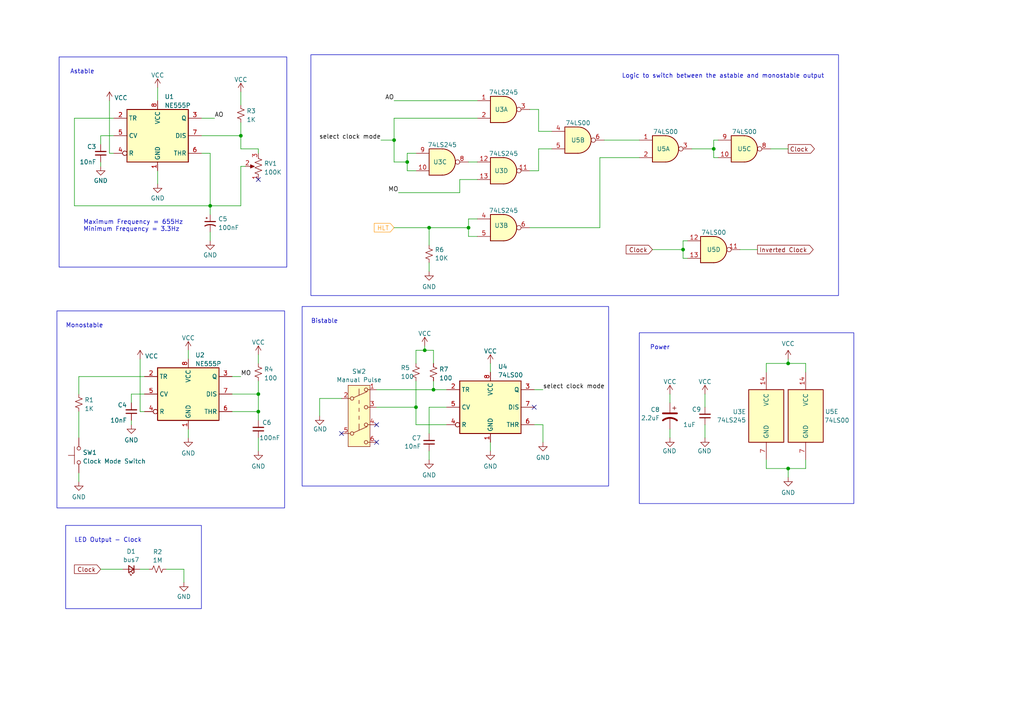
<source format=kicad_sch>
(kicad_sch (version 20230121) (generator eeschema)
  (paper "A4")
  (title_block (title "Clock Module") (date "2024-01-13") (rev "1.0"))
  (lib_symbols
    (symbol "74xx:74LS00" (pin_names (offset 1.016))
      (property "Reference" "U" (at 0 1.27 0))
      (property "Value" "74LS00" (at 0 -1.27 0))
      (symbol "74LS00_1_1"
        (arc (start 0 -3.81) (mid 3.7934 0) (end 0 3.81) (stroke (width 0.254)) (fill (type background)))
        (polyline (pts (xy 0 3.81) (xy -3.81 3.81) (xy -3.81 -3.81) (xy 0 -3.81)) (stroke (width 0.254)) (fill (type background)))
        (pin input line (at -7.62 2.54 0) (length 3.81) (name "~") (number "1"))
        (pin input line (at -7.62 -2.54 0) (length 3.81) (name "~") (number "2"))
        (pin output inverted (at 7.62 0 180) (length 3.81) (name "~") (number "3"))
      )
      (symbol "74LS00_1_2"
        (arc (start -3.81 -3.81) (mid -2.589 0) (end -3.81 3.81) (stroke (width 0.254)))
        (arc (start -0.6096 -3.81) (mid 2.1842 -2.5851) (end 3.81 0) (stroke (width 0.254)) (fill (type background)))
        (polyline (pts (xy -3.81 -3.81) (xy -0.635 -3.81)) (stroke (width 0.254)) (fill (type background)))
        (polyline (pts (xy -3.81 3.81) (xy -0.635 3.81)) (stroke (width 0.254)) (fill (type background)))
        (polyline (pts (xy -0.635 3.81) (xy -3.81 3.81) (xy -3.81 3.81) (xy -3.556 3.4036) (xy -3.0226 2.2606) (xy -2.6924 1.0414) (xy -2.6162 -0.254) (xy -2.7686 -1.4986) (xy -3.175 -2.7178) (xy -3.81 -3.81) (xy -3.81 -3.81) (xy -0.635 -3.81)) (stroke (width -25.4)) (fill (type background)))
        (arc (start 3.81 0) (mid 2.1915 2.5936) (end -0.6096 3.81) (stroke (width 0.254)) (fill (type background)))
        (pin input inverted (at -7.62 2.54 0) (length 4.318) (name "~") (number "1"))
        (pin input inverted (at -7.62 -2.54 0) (length 4.318) (name "~") (number "2"))
        (pin output line (at 7.62 0 180) (length 3.81) (name "~") (number "3"))
      )
      (symbol "74LS00_2_1"
        (arc (start 0 -3.81) (mid 3.7934 0) (end 0 3.81) (stroke (width 0.254)) (fill (type background)))
        (polyline (pts (xy 0 3.81) (xy -3.81 3.81) (xy -3.81 -3.81) (xy 0 -3.81)) (stroke (width 0.254)) (fill (type background)))
        (pin input line (at -7.62 2.54 0) (length 3.81) (name "~") (number "4"))
        (pin input line (at -7.62 -2.54 0) (length 3.81) (name "~") (number "5"))
        (pin output inverted (at 7.62 0 180) (length 3.81) (name "~") (number "6"))
      )
      (symbol "74LS00_2_2"
        (arc (start -3.81 -3.81) (mid -2.589 0) (end -3.81 3.81) (stroke (width 0.254)))
        (arc (start -0.6096 -3.81) (mid 2.1842 -2.5851) (end 3.81 0) (stroke (width 0.254)) (fill (type background)))
        (polyline (pts (xy -3.81 -3.81) (xy -0.635 -3.81)) (stroke (width 0.254)) (fill (type background)))
        (polyline (pts (xy -3.81 3.81) (xy -0.635 3.81)) (stroke (width 0.254)) (fill (type background)))
        (polyline (pts (xy -0.635 3.81) (xy -3.81 3.81) (xy -3.81 3.81) (xy -3.556 3.4036) (xy -3.0226 2.2606) (xy -2.6924 1.0414) (xy -2.6162 -0.254) (xy -2.7686 -1.4986) (xy -3.175 -2.7178) (xy -3.81 -3.81) (xy -3.81 -3.81) (xy -0.635 -3.81)) (stroke (width -25.4)) (fill (type background)))
        (arc (start 3.81 0) (mid 2.1915 2.5936) (end -0.6096 3.81) (stroke (width 0.254)) (fill (type background)))
        (pin input inverted (at -7.62 2.54 0) (length 4.318) (name "~") (number "4"))
        (pin input inverted (at -7.62 -2.54 0) (length 4.318) (name "~") (number "5"))
        (pin output line (at 7.62 0 180) (length 3.81) (name "~") (number "6"))
      )
      (symbol "74LS00_3_1"
        (arc (start 0 -3.81) (mid 3.7934 0) (end 0 3.81) (stroke (width 0.254)) (fill (type background)))
        (polyline (pts (xy 0 3.81) (xy -3.81 3.81) (xy -3.81 -3.81) (xy 0 -3.81)) (stroke (width 0.254)) (fill (type background)))
        (pin input line (at -7.62 -2.54 0) (length 3.81) (name "~") (number "10"))
        (pin output inverted (at 7.62 0 180) (length 3.81) (name "~") (number "8"))
        (pin input line (at -7.62 2.54 0) (length 3.81) (name "~") (number "9"))
      )
      (symbol "74LS00_3_2"
        (arc (start -3.81 -3.81) (mid -2.589 0) (end -3.81 3.81) (stroke (width 0.254)))
        (arc (start -0.6096 -3.81) (mid 2.1842 -2.5851) (end 3.81 0) (stroke (width 0.254)) (fill (type background)))
        (polyline (pts (xy -3.81 -3.81) (xy -0.635 -3.81)) (stroke (width 0.254)) (fill (type background)))
        (polyline (pts (xy -3.81 3.81) (xy -0.635 3.81)) (stroke (width 0.254)) (fill (type background)))
        (polyline (pts (xy -0.635 3.81) (xy -3.81 3.81) (xy -3.81 3.81) (xy -3.556 3.4036) (xy -3.0226 2.2606) (xy -2.6924 1.0414) (xy -2.6162 -0.254) (xy -2.7686 -1.4986) (xy -3.175 -2.7178) (xy -3.81 -3.81) (xy -3.81 -3.81) (xy -0.635 -3.81)) (stroke (width -25.4)) (fill (type background)))
        (arc (start 3.81 0) (mid 2.1915 2.5936) (end -0.6096 3.81) (stroke (width 0.254)) (fill (type background)))
        (pin input inverted (at -7.62 -2.54 0) (length 4.318) (name "~") (number "10"))
        (pin output line (at 7.62 0 180) (length 3.81) (name "~") (number "8"))
        (pin input inverted (at -7.62 2.54 0) (length 4.318) (name "~") (number "9"))
      )
      (symbol "74LS00_4_1"
        (arc (start 0 -3.81) (mid 3.7934 0) (end 0 3.81) (stroke (width 0.254)) (fill (type background)))
        (polyline (pts (xy 0 3.81) (xy -3.81 3.81) (xy -3.81 -3.81) (xy 0 -3.81)) (stroke (width 0.254)) (fill (type background)))
        (pin output inverted (at 7.62 0 180) (length 3.81) (name "~") (number "11"))
        (pin input line (at -7.62 2.54 0) (length 3.81) (name "~") (number "12"))
        (pin input line (at -7.62 -2.54 0) (length 3.81) (name "~") (number "13"))
      )
      (symbol "74LS00_4_2"
        (arc (start -3.81 -3.81) (mid -2.589 0) (end -3.81 3.81) (stroke (width 0.254)))
        (arc (start -0.6096 -3.81) (mid 2.1842 -2.5851) (end 3.81 0) (stroke (width 0.254)) (fill (type background)))
        (polyline (pts (xy -3.81 -3.81) (xy -0.635 -3.81)) (stroke (width 0.254)) (fill (type background)))
        (polyline (pts (xy -3.81 3.81) (xy -0.635 3.81)) (stroke (width 0.254)) (fill (type background)))
        (polyline (pts (xy -0.635 3.81) (xy -3.81 3.81) (xy -3.81 3.81) (xy -3.556 3.4036) (xy -3.0226 2.2606) (xy -2.6924 1.0414) (xy -2.6162 -0.254) (xy -2.7686 -1.4986) (xy -3.175 -2.7178) (xy -3.81 -3.81) (xy -3.81 -3.81) (xy -0.635 -3.81)) (stroke (width -25.4)) (fill (type background)))
        (arc (start 3.81 0) (mid 2.1915 2.5936) (end -0.6096 3.81) (stroke (width 0.254)) (fill (type background)))
        (pin output line (at 7.62 0 180) (length 3.81) (name "~") (number "11"))
        (pin input inverted (at -7.62 2.54 0) (length 4.318) (name "~") (number "12"))
        (pin input inverted (at -7.62 -2.54 0) (length 4.318) (name "~") (number "13"))
      )
      (symbol "74LS00_5_0"
        (pin power_in line (at 0 12.7 270) (length 5.08) (name "VCC") (number "14"))
        (pin power_in line (at 0 -12.7 90) (length 5.08) (name "GND") (number "7"))
      )
      (symbol "74LS00_5_1"
        (rectangle (start -5.08 7.62) (end 5.08 -7.62) (stroke (width 0.254)) (fill (type background)))
      )
    )
    (symbol "Device:C_Polarized_Small_US" (pin_numbers hide) (pin_names (offset 0.254) hide)
      (property "Reference" "C" (at 0.254 1.778 0))
      (property "Value" "C_Polarized_Small_US" (at 0.254 -2.032 0))
      (symbol "C_Polarized_Small_US_0_1"
        (polyline (pts (xy -1.524 0.508) (xy 1.524 0.508)) (stroke (width 0.3048)))
        (polyline (pts (xy -1.27 1.524) (xy -0.762 1.524)))
        (polyline (pts (xy -1.016 1.27) (xy -1.016 1.778)))
        (arc (start 1.524 -0.762) (mid 0 -0.3734) (end -1.524 -0.762) (stroke (width 0.3048)))
      )
      (symbol "C_Polarized_Small_US_1_1"
        (pin passive line (at 0 2.54 270) (length 2.032) (name "~") (number "1"))
        (pin passive line (at 0 -2.54 90) (length 2.032) (name "~") (number "2"))
      )
    )
    (symbol "Device:C_Polarized_US" (pin_numbers hide) (pin_names (offset 0.254) hide)
      (property "Reference" "C" (at 0.635 2.54 0))
      (property "Value" "C_Polarized_US" (at 0.635 -2.54 0))
      (symbol "C_Polarized_US_0_1"
        (polyline (pts (xy -2.032 0.762) (xy 2.032 0.762)) (stroke (width 0.508)))
        (polyline (pts (xy -1.778 2.286) (xy -0.762 2.286)))
        (polyline (pts (xy -1.27 1.778) (xy -1.27 2.794)))
        (arc (start 2.032 -1.27) (mid 0 -0.5572) (end -2.032 -1.27) (stroke (width 0.508)))
      )
      (symbol "C_Polarized_US_1_1"
        (pin passive line (at 0 3.81 270) (length 2.794) (name "~") (number "1"))
        (pin passive line (at 0 -3.81 90) (length 3.302) (name "~") (number "2"))
      )
    )
    (symbol "Device:C_Small" (pin_numbers hide) (pin_names (offset 0.254) hide)
      (property "Reference" "C" (at 0.254 1.778 0))
      (property "Value" "C_Small" (at 0.254 -2.032 0))
      (symbol "C_Small_0_1"
        (polyline (pts (xy -1.524 -0.508) (xy 1.524 -0.508)) (stroke (width 0.3302)))
        (polyline (pts (xy -1.524 0.508) (xy 1.524 0.508)) (stroke (width 0.3048)))
      )
      (symbol "C_Small_1_1"
        (pin passive line (at 0 2.54 270) (length 2.032) (name "~") (number "1"))
        (pin passive line (at 0 -2.54 90) (length 2.032) (name "~") (number "2"))
      )
    )
    (symbol "Device:LED_Small" (pin_numbers hide) (pin_names (offset 0.254) hide)
      (property "Reference" "D" (at -1.27 3.175 0))
      (property "Value" "LED_Small" (at -4.445 -2.54 0))
      (symbol "LED_Small_0_1"
        (polyline (pts (xy -0.762 -1.016) (xy -0.762 1.016)) (stroke (width 0.254)))
        (polyline (pts (xy 1.016 0) (xy -0.762 0)))
        (polyline (pts (xy 0.762 -1.016) (xy -0.762 0) (xy 0.762 1.016) (xy 0.762 -1.016)) (stroke (width 0.254)))
        (polyline (pts (xy 0 0.762) (xy -0.508 1.27) (xy -0.254 1.27) (xy -0.508 1.27) (xy -0.508 1.016)))
        (polyline (pts (xy 0.508 1.27) (xy 0 1.778) (xy 0.254 1.778) (xy 0 1.778) (xy 0 1.524)))
      )
      (symbol "LED_Small_1_1"
        (pin passive line (at -2.54 0 0) (length 1.778) (name "K") (number "1"))
        (pin passive line (at 2.54 0 180) (length 1.778) (name "A") (number "2"))
      )
    )
    (symbol "Device:R_Potentiometer_US" (pin_names (offset 1.016) hide)
      (property "Reference" "RV" (at -4.445 0 90))
      (property "Value" "R_Potentiometer_US" (at -2.54 0 90))
      (symbol "R_Potentiometer_US_0_1"
        (polyline (pts (xy 0 -2.286) (xy 0 -2.54)))
        (polyline (pts (xy 0 2.54) (xy 0 2.286)))
        (polyline (pts (xy 2.54 0) (xy 1.524 0)))
        (polyline (pts (xy 1.143 0) (xy 2.286 0.508) (xy 2.286 -0.508) (xy 1.143 0)) (fill (type outline)))
        (polyline (pts (xy 0 -0.762) (xy 1.016 -1.143) (xy 0 -1.524) (xy -1.016 -1.905) (xy 0 -2.286)))
        (polyline (pts (xy 0 0.762) (xy 1.016 0.381) (xy 0 0) (xy -1.016 -0.381) (xy 0 -0.762)))
        (polyline (pts (xy 0 2.286) (xy 1.016 1.905) (xy 0 1.524) (xy -1.016 1.143) (xy 0 0.762)))
      )
      (symbol "R_Potentiometer_US_1_1"
        (pin passive line (at 0 3.81 270) (length 1.27) (name "1") (number "1"))
        (pin passive line (at 3.81 0 180) (length 1.27) (name "2") (number "2"))
        (pin passive line (at 0 -3.81 90) (length 1.27) (name "3") (number "3"))
      )
    )
    (symbol "Device:R_Small_US" (pin_numbers hide) (pin_names (offset 0.254) hide)
      (property "Reference" "R" (at 0.762 0.508 0))
      (property "Value" "R_Small_US" (at 0.762 -1.016 0))
      (symbol "R_Small_US_1_1"
        (polyline (pts (xy 0 0) (xy 1.016 -0.381) (xy 0 -0.762) (xy -1.016 -1.143) (xy 0 -1.524)))
        (polyline (pts (xy 0 1.524) (xy 1.016 1.143) (xy 0 0.762) (xy -1.016 0.381) (xy 0 0)))
        (pin passive line (at 0 2.54 270) (length 1.016) (name "~") (number "1"))
        (pin passive line (at 0 -2.54 90) (length 1.016) (name "~") (number "2"))
      )
    )
    (symbol "Switch:SW_Push" (pin_numbers hide) (pin_names (offset 1.016) hide)
      (property "Reference" "SW" (at 1.27 2.54 0))
      (property "Value" "SW_Push" (at 0 -1.524 0))
      (symbol "SW_Push_0_1"
        (circle (center -2.032 0) (radius 0.508))
        (polyline (pts (xy 0 1.27) (xy 0 3.048)))
        (polyline (pts (xy 2.54 1.27) (xy -2.54 1.27)))
        (circle (center 2.032 0) (radius 0.508))
        (pin passive line (at -5.08 0 0) (length 2.54) (name "1") (number "1"))
        (pin passive line (at 5.08 0 180) (length 2.54) (name "2") (number "2"))
      )
    )
    (symbol "Switch:SW_Push_DPDT" (pin_names (offset 0) hide)
      (property "Reference" "SW" (at 0 10.16 0))
      (property "Value" "SW_Push_DPDT" (at 0 -10.16 0))
      (symbol "SW_Push_DPDT_0_0"
        (circle (center -2.032 -5.08) (radius 0.508))
        (circle (center -2.032 5.08) (radius 0.508))
        (circle (center 2.032 -7.62) (radius 0.508))
        (circle (center 2.032 2.54) (radius 0.508))
      )
      (symbol "SW_Push_DPDT_0_1"
        (polyline (pts (xy -1.524 -4.826) (xy 2.3368 -3.0988)))
        (polyline (pts (xy -1.524 5.334) (xy 2.3368 7.0612)))
        (polyline (pts (xy 0 -2.286) (xy 0 -4.064)))
        (polyline (pts (xy 0 -1.016) (xy 0 0)))
        (polyline (pts (xy 0 1.27) (xy 0 2.286)))
        (polyline (pts (xy 0 3.556) (xy 0 4.572)))
        (polyline (pts (xy 0 7.874) (xy 0 6.096)))
        (circle (center 2.032 -2.54) (radius 0.508))
        (circle (center 2.032 7.62) (radius 0.508))
      )
      (symbol "SW_Push_DPDT_1_1"
        (rectangle (start -3.175 8.89) (end 3.175 -8.89) (fill (type background)))
        (pin passive line (at 5.08 7.62 180) (length 2.54) (name "A") (number "1"))
        (pin passive line (at -5.08 5.08 0) (length 2.54) (name "B") (number "2"))
        (pin passive line (at 5.08 2.54 180) (length 2.54) (name "C") (number "3"))
        (pin passive line (at 5.08 -2.54 180) (length 2.54) (name "A") (number "4"))
        (pin passive line (at -5.08 -5.08 0) (length 2.54) (name "B") (number "5"))
        (pin passive line (at 5.08 -7.62 180) (length 2.54) (name "C") (number "6"))
      )
    )
    (symbol "Timer:NE555P"
      (property "Reference" "U" (at -10.16 8.89 0))
      (property "Value" "NE555P" (at 2.54 8.89 0))
      (symbol "NE555P_0_0"
        (pin power_in line (at 0 -10.16 90) (length 2.54) (name "GND") (number "1"))
        (pin power_in line (at 0 10.16 270) (length 2.54) (name "VCC") (number "8"))
      )
      (symbol "NE555P_0_1"
        (rectangle (start -8.89 -7.62) (end 8.89 7.62) (stroke (width 0.254)) (fill (type background)))
        (rectangle (start -8.89 -7.62) (end 8.89 7.62) (stroke (width 0.254)) (fill (type background)))
      )
      (symbol "NE555P_1_1"
        (pin input line (at -12.7 5.08 0) (length 3.81) (name "TR") (number "2"))
        (pin output line (at 12.7 5.08 180) (length 3.81) (name "Q") (number "3"))
        (pin input inverted (at -12.7 -5.08 0) (length 3.81) (name "R") (number "4"))
        (pin input line (at -12.7 0 0) (length 3.81) (name "CV") (number "5"))
        (pin input line (at 12.7 -5.08 180) (length 3.81) (name "THR") (number "6"))
        (pin input line (at 12.7 0 180) (length 3.81) (name "DIS") (number "7"))
      )
    )
    (symbol "power:GND" (power) (pin_names (offset 0))
      (property "Value" "GND" (at 0 -3.81 0))
      (symbol "GND_0_1"
        (polyline (pts (xy 0 0) (xy 0 -1.27) (xy 1.27 -1.27) (xy 0 -2.54) (xy -1.27 -1.27) (xy 0 -1.27)))
      )
      (symbol "GND_1_1"
        (pin power_in line (at 0 0 270) (length 0) hide (name "GND") (number "1"))
      )
    )
    (symbol "power:VCC" (power) (pin_names (offset 0))
      (property "Value" "VCC" (at 0 3.81 0))
      (symbol "VCC_0_1"
        (polyline (pts (xy -0.762 1.27) (xy 0 2.54)))
        (polyline (pts (xy 0 0) (xy 0 2.54)))
        (polyline (pts (xy 0 2.54) (xy 0.762 1.27)))
      )
      (symbol "VCC_1_1"
        (pin power_in line (at 0 0 90) (length 0) hide (name "VCC") (number "1"))
      )
    )
  )
  (junction (at 74.93 119.38))
  (junction (at 228.6 105.41))
  (junction (at 124.46 66.04))
  (junction (at 228.6 135.89))
  (junction (at 120.65 118.11))
  (junction (at 135.89 66.04))
  (junction (at 74.93 114.3))
  (junction (at 118.11 46.99))
  (junction (at 207.01 43.18))
  (junction (at 114.3 40.64))
  (junction (at 198.12 72.39))
  (junction (at 60.96 59.69))
  (junction (at 123.19 101.6))
  (junction (at 125.73 113.03))
  (junction (at 69.85 39.37))
  (no_connect (at 74.93 52.07))
  (no_connect (at 99.06 125.73))
  (no_connect (at 154.94 118.11))
  (no_connect (at 109.22 123.19))
  (no_connect (at 109.22 128.27))
  (wire (pts (xy 135.89 68.58) (xy 138.43 68.58)))
  (wire (pts (xy 120.65 49.53) (xy 118.11 49.53)))
  (wire (pts (xy 199.39 69.85) (xy 198.12 69.85)))
  (wire (pts (xy 67.31 114.3) (xy 74.93 114.3)))
  (wire (pts (xy 185.42 45.72) (xy 173.99 45.72)))
  (wire (pts (xy 74.93 43.18) (xy 69.85 43.18)))
  (wire (pts (xy 67.31 119.38) (xy 74.93 119.38)))
  (wire (pts (xy 222.25 107.95) (xy 222.25 105.41)))
  (wire (pts (xy 69.85 48.26) (xy 71.12 48.26)))
  (wire (pts (xy 125.73 110.49) (xy 125.73 113.03)))
  (wire (pts (xy 92.71 115.57) (xy 92.71 120.65)))
  (wire (pts (xy 115.57 55.88) (xy 133.35 55.88)))
  (wire (pts (xy 124.46 76.2) (xy 124.46 78.74)))
  (wire (pts (xy 109.22 113.03) (xy 125.73 113.03)))
  (wire (pts (xy 198.12 69.85) (xy 198.12 72.39)))
  (wire (pts (xy 29.21 39.37) (xy 33.02 39.37)))
  (wire (pts (xy 45.72 49.53) (xy 45.72 53.34)))
  (wire (pts (xy 125.73 113.03) (xy 129.54 113.03)))
  (wire (pts (xy 135.89 66.04) (xy 135.89 68.58)))
  (wire (pts (xy 114.3 46.99) (xy 118.11 46.99)))
  (wire (pts (xy 53.34 165.1) (xy 48.26 165.1)))
  (wire (pts (xy 53.34 168.91) (xy 53.34 165.1)))
  (wire (pts (xy 69.85 35.56) (xy 69.85 39.37)))
  (wire (pts (xy 194.31 124.46) (xy 194.31 127)))
  (wire (pts (xy 60.96 59.69) (xy 60.96 62.23)))
  (wire (pts (xy 45.72 25.4) (xy 45.72 29.21)))
  (wire (pts (xy 74.93 114.3) (xy 74.93 119.38)))
  (wire (pts (xy 204.47 123.19) (xy 204.47 127)))
  (wire (pts (xy 58.42 39.37) (xy 69.85 39.37)))
  (wire (pts (xy 22.86 109.22) (xy 22.86 114.3)))
  (wire (pts (xy 114.3 46.99) (xy 114.3 40.64)))
  (wire (pts (xy 207.01 43.18) (xy 207.01 40.64)))
  (wire (pts (xy 124.46 118.11) (xy 124.46 125.73)))
  (wire (pts (xy 160.02 43.18) (xy 156.21 43.18)))
  (wire (pts (xy 222.25 135.89) (xy 222.25 133.35)))
  (wire (pts (xy 214.63 72.39) (xy 219.71 72.39)))
  (wire (pts (xy 109.22 118.11) (xy 120.65 118.11)))
  (wire (pts (xy 29.21 165.1) (xy 35.56 165.1)))
  (wire (pts (xy 200.66 43.18) (xy 207.01 43.18)))
  (wire (pts (xy 60.96 44.45) (xy 58.42 44.45)))
  (wire (pts (xy 40.64 165.1) (xy 43.18 165.1)))
  (wire (pts (xy 198.12 72.39) (xy 198.12 74.93)))
  (wire (pts (xy 124.46 130.81) (xy 124.46 133.35)))
  (wire (pts (xy 38.1 114.3) (xy 41.91 114.3)))
  (wire (pts (xy 160.02 38.1) (xy 156.21 38.1)))
  (wire (pts (xy 156.21 43.18) (xy 156.21 49.53)))
  (wire (pts (xy 228.6 135.89) (xy 228.6 138.43)))
  (wire (pts (xy 21.59 34.29) (xy 21.59 59.69)))
  (wire (pts (xy 58.42 34.29) (xy 62.23 34.29)))
  (wire (pts (xy 222.25 105.41) (xy 228.6 105.41)))
  (wire (pts (xy 74.93 44.45) (xy 74.93 43.18)))
  (wire (pts (xy 204.47 114.3) (xy 204.47 118.11)))
  (wire (pts (xy 33.02 44.45) (xy 31.75 44.45)))
  (wire (pts (xy 207.01 45.72) (xy 207.01 43.18)))
  (wire (pts (xy 29.21 46.99) (xy 29.21 48.26)))
  (wire (pts (xy 120.65 101.6) (xy 120.65 105.41)))
  (wire (pts (xy 31.75 29.21) (xy 31.75 44.45)))
  (wire (pts (xy 120.65 110.49) (xy 120.65 118.11)))
  (wire (pts (xy 21.59 59.69) (xy 60.96 59.69)))
  (wire (pts (xy 69.85 59.69) (xy 60.96 59.69)))
  (wire (pts (xy 120.65 118.11) (xy 120.65 123.19)))
  (wire (pts (xy 41.91 119.38) (xy 40.64 119.38)))
  (wire (pts (xy 138.43 52.07) (xy 133.35 52.07)))
  (wire (pts (xy 142.24 128.27) (xy 142.24 130.81)))
  (wire (pts (xy 69.85 48.26) (xy 69.85 59.69)))
  (wire (pts (xy 120.65 101.6) (xy 123.19 101.6)))
  (wire (pts (xy 40.64 104.14) (xy 40.64 119.38)))
  (wire (pts (xy 22.86 137.16) (xy 22.86 139.7)))
  (wire (pts (xy 133.35 52.07) (xy 133.35 55.88)))
  (wire (pts (xy 74.93 102.87) (xy 74.93 105.41)))
  (wire (pts (xy 38.1 123.19) (xy 38.1 121.92)))
  (wire (pts (xy 69.85 39.37) (xy 69.85 43.18)))
  (wire (pts (xy 125.73 101.6) (xy 125.73 105.41)))
  (wire (pts (xy 156.21 31.75) (xy 153.67 31.75)))
  (wire (pts (xy 208.28 45.72) (xy 207.01 45.72)))
  (wire (pts (xy 198.12 74.93) (xy 199.39 74.93)))
  (wire (pts (xy 154.94 123.19) (xy 157.48 123.19)))
  (wire (pts (xy 60.96 67.31) (xy 60.96 69.85)))
  (wire (pts (xy 233.68 135.89) (xy 228.6 135.89)))
  (wire (pts (xy 54.61 124.46) (xy 54.61 127)))
  (wire (pts (xy 228.6 135.89) (xy 222.25 135.89)))
  (wire (pts (xy 74.93 119.38) (xy 74.93 121.92)))
  (wire (pts (xy 173.99 66.04) (xy 153.67 66.04)))
  (wire (pts (xy 135.89 63.5) (xy 135.89 66.04)))
  (wire (pts (xy 175.26 40.64) (xy 185.42 40.64)))
  (wire (pts (xy 157.48 123.19) (xy 157.48 128.27)))
  (wire (pts (xy 123.19 101.6) (xy 125.73 101.6)))
  (wire (pts (xy 233.68 133.35) (xy 233.68 135.89)))
  (wire (pts (xy 118.11 44.45) (xy 120.65 44.45)))
  (wire (pts (xy 41.91 109.22) (xy 22.86 109.22)))
  (wire (pts (xy 74.93 110.49) (xy 74.93 114.3)))
  (wire (pts (xy 135.89 66.04) (xy 124.46 66.04)))
  (wire (pts (xy 124.46 66.04) (xy 124.46 71.12)))
  (wire (pts (xy 173.99 45.72) (xy 173.99 66.04)))
  (wire (pts (xy 154.94 113.03) (xy 157.48 113.03)))
  (wire (pts (xy 228.6 105.41) (xy 233.68 105.41)))
  (wire (pts (xy 67.31 109.22) (xy 69.85 109.22)))
  (wire (pts (xy 189.23 72.39) (xy 198.12 72.39)))
  (wire (pts (xy 233.68 107.95) (xy 233.68 105.41)))
  (wire (pts (xy 60.96 59.69) (xy 60.96 44.45)))
  (wire (pts (xy 120.65 123.19) (xy 129.54 123.19)))
  (wire (pts (xy 114.3 66.04) (xy 124.46 66.04)))
  (wire (pts (xy 54.61 101.6) (xy 54.61 104.14)))
  (wire (pts (xy 135.89 46.99) (xy 138.43 46.99)))
  (wire (pts (xy 38.1 116.84) (xy 38.1 114.3)))
  (wire (pts (xy 194.31 114.3) (xy 194.31 116.84)))
  (wire (pts (xy 33.02 34.29) (xy 21.59 34.29)))
  (wire (pts (xy 228.6 104.14) (xy 228.6 105.41)))
  (wire (pts (xy 74.93 127) (xy 74.93 130.81)))
  (wire (pts (xy 114.3 40.64) (xy 114.3 34.29)))
  (wire (pts (xy 156.21 38.1) (xy 156.21 31.75)))
  (wire (pts (xy 223.52 43.18) (xy 228.6 43.18)))
  (wire (pts (xy 124.46 118.11) (xy 129.54 118.11)))
  (wire (pts (xy 118.11 49.53) (xy 118.11 46.99)))
  (wire (pts (xy 142.24 105.41) (xy 142.24 107.95)))
  (wire (pts (xy 156.21 49.53) (xy 153.67 49.53)))
  (wire (pts (xy 118.11 46.99) (xy 118.11 44.45)))
  (wire (pts (xy 29.21 41.91) (xy 29.21 39.37)))
  (wire (pts (xy 207.01 40.64) (xy 208.28 40.64)))
  (wire (pts (xy 110.49 40.64) (xy 114.3 40.64)))
  (wire (pts (xy 138.43 63.5) (xy 135.89 63.5)))
  (wire (pts (xy 114.3 34.29) (xy 138.43 34.29)))
  (wire (pts (xy 99.06 115.57) (xy 92.71 115.57)))
  (wire (pts (xy 22.86 119.38) (xy 22.86 127)))
  (wire (pts (xy 123.19 100.33) (xy 123.19 101.6)))
  (wire (pts (xy 69.85 26.67) (xy 69.85 30.48)))
  (wire (pts (xy 114.3 29.21) (xy 138.43 29.21)))
  (rectangle (start 16.51 90.17) (end 82.55 147.32))
  (rectangle (start 185.42 96.52) (end 247.65 146.05))
  (rectangle (start 90.17 15.875) (end 243.205 85.725))
  (rectangle (start 17.145 16.51) (end 83.185 77.47))
  (rectangle (start 19.05 152.4) (end 58.42 176.53))
  (rectangle (start 87.63 88.9) (end 176.53 140.97))
  (text "Astable" (at 20.32 21.59 0) (effects (font (size 1.27 1.27)) (justify left bottom)))
  (text "Bistable" (at 90.17 93.98 0) (effects (font (size 1.27 1.27)) (justify left bottom)))
  (text "Maximum Frequency = 655Hz\nMinimum Frequency = 3.3Hz" (at 24.13 67.31 0) (effects (font (size 1.27 1.27)) (justify left bottom)))
  (text "Power" (at 194.31 101.6 0) (effects (font (size 1.27 1.27)) (justify right bottom)))
  (text "LED Output - Clock" (at 21.59 157.48 0) (effects (font (size 1.27 1.27)) (justify left bottom)))
  (text "Monostable" (at 19.05 95.25 0) (effects (font (size 1.27 1.27)) (justify left bottom)))
  (text "Logic to switch between the astable and monostable output\n" (at 180.34 22.86 0) (effects (font (size 1.27 1.27)) (justify left bottom)))
  (label "AO" (at 114.3 29.21 180))
  (label "select clock mode" (at 157.48 113.03 0))
  (label "MO" (at 115.57 55.88 180))
  (label "AO" (at 62.23 34.29 0))
  (label "MO" (at 69.85 109.22 0))
  (label "select clock mode" (at 110.49 40.64 180))
  (global_label "Clock" (shape input) (at 189.23 72.39 180) (property "Intersheetrefs" "${INTERSHEET_REFS}" (effects hide)))
  (global_label "Clock" (shape input) (at 29.21 165.1 180) (property "Intersheetrefs" "${INTERSHEET_REFS}" (effects hide)))
  (global_label "Clock" (shape output) (at 228.6 43.18 0) (property "Intersheetrefs" "${INTERSHEET_REFS}" (effects hide)))
  (global_label "Inverted Clock" (shape output) (at 219.71 72.39 0) (property "Intersheetrefs" "${INTERSHEET_REFS}" (effects hide)))
  (global_label "HLT" (shape input) (at 114.3 66.04 180) (property "Intersheetrefs" "${INTERSHEET_REFS}" (effects hide)))
  (symbol (lib_id "power:VCC") (at 45.72 25.4 0) (mirror y) (unit 1)
    (property "Reference" "#PWR012" (effects hide))
    (property "Value" "VCC" (at 45.72 21.8242 0))
  )
  (symbol (lib_id "power:GND") (at 157.48 128.27 0) (unit 1)
    (property "Reference" "#PWR027" (effects hide))
    (property "Value" "GND" (at 157.48 132.7134 0))
  )
  (symbol (lib_id "74xx:74LS00") (at 222.25 120.65 0) (unit 5)
    (property "Reference" "U3" (at 216.408 119.4379 0) (effects (justify right)))
    (property "Value" "74LS245" (at 216.408 121.8621 0) (effects (justify right)))
    (property "Footprint" "Package_DIP:DIP-20_W7.62mm" (effects hide))
    (property "Datasheet" "http://www.ti.com/lit/gpn/sn74ls00" (effects hide))
  )
  (symbol (lib_id "power:VCC") (at 69.85 26.67 0) (mirror y) (unit 1)
    (property "Reference" "#PWR018" (effects hide))
    (property "Value" "VCC" (at 69.85 23.0942 0))
  )
  (symbol (lib_id "power:GND") (at 22.86 139.7 0) (unit 1)
    (property "Reference" "#PWR07" (effects hide))
    (property "Value" "GND" (at 22.86 144.1434 0))
  )
  (symbol (lib_id "74xx:74LS00") (at 146.05 49.53 0) (unit 4)
    (property "Reference" "U3" (at 145.415 49.53 0))
    (property "Value" "74LS245" (at 146.05 44.5571 0))
    (property "Footprint" "Package_DIP:DIP-20_W7.62mm" (effects hide))
    (property "Datasheet" "http://www.ti.com/lit/gpn/sn74ls00" (effects hide))
  )
  (symbol (lib_id "Device:C_Small") (at 29.21 44.45 0) (mirror x) (unit 1)
    (property "Reference" "C3" (at 27.94 42.545 0) (effects (justify right)))
    (property "Value" "10nF" (at 27.94 46.99 0) (effects (justify right)))
    (property "Footprint" "Capacitor_THT:C_Disc_D3.4mm_W2.1mm_P2.50mm" (effects hide))
  )
  (symbol (lib_id "Timer:NE555P") (at 54.61 114.3 0) (unit 1)
    (property "Reference" "U2" (at 56.6294 102.9802 0) (effects (justify left)))
    (property "Value" "NE555P" (at 56.6294 105.5171 0) (effects (justify left)))
    (property "Footprint" "Package_DIP:DIP-8_W7.62mm" (effects hide))
    (property "Datasheet" "http://www.ti.com/lit/ds/symlink/ne555.pdf" (effects hide))
  )
  (symbol (lib_id "Switch:SW_Push_DPDT") (at 104.14 120.65 0) (unit 1)
    (property "Reference" "SW2" (at 104.14 107.7427 0))
    (property "Value" "Manual Pulse" (at 104.14 110.1669 0))
    (property "Footprint" "Button_Switch_THT:SW_Push_2P2T_Toggle_CK_PVA2OAH5xxxxxxV2" (effects hide))
  )
  (symbol (lib_id "74xx:74LS00") (at 146.05 66.04 0) (unit 2)
    (property "Reference" "U3" (at 145.415 65.405 0))
    (property "Value" "74LS245" (at 146.05 61.0671 0))
    (property "Footprint" "Package_DIP:DIP-20_W7.62mm" (effects hide))
    (property "Datasheet" "http://www.ti.com/lit/gpn/sn74ls00" (effects hide))
  )
  (symbol (lib_id "power:GND") (at 45.72 53.34 0) (unit 1)
    (property "Reference" "#PWR013" (effects hide))
    (property "Value" "GND" (at 45.72 57.4731 0))
  )
  (symbol (lib_id "power:VCC") (at 204.47 114.3 0) (unit 1)
    (property "Reference" "#PWR030" (effects hide))
    (property "Value" "VCC" (at 204.47 110.7242 0))
  )
  (symbol (lib_id "power:GND") (at 74.93 130.81 0) (unit 1)
    (property "Reference" "#PWR020" (effects hide))
    (property "Value" "GND" (at 74.93 135.2534 0))
  )
  (symbol (lib_id "Device:C_Small") (at 124.46 128.27 0) (mirror x) (unit 1)
    (property "Reference" "C7" (at 122.1359 127.0515 0) (effects (justify right)))
    (property "Value" "10nF" (at 122.1359 129.4757 0) (effects (justify right)))
    (property "Footprint" "Capacitor_THT:C_Disc_D3.4mm_W2.1mm_P2.50mm" (effects hide))
  )
  (symbol (lib_id "Device:C_Small") (at 38.1 119.38 0) (mirror x) (unit 1)
    (property "Reference" "C4" (at 36.83 117.475 0) (effects (justify right)))
    (property "Value" "10nF" (at 36.83 121.92 0) (effects (justify right)))
    (property "Footprint" "Capacitor_THT:C_Disc_D3.4mm_W2.1mm_P2.50mm" (effects hide))
  )
  (symbol (lib_id "Device:C_Small") (at 74.93 124.46 0) (mirror x) (unit 1)
    (property "Reference" "C6" (at 78.74 122.555 0) (effects (justify right)))
    (property "Value" "100nF" (at 81.28 127 0) (effects (justify right)))
    (property "Footprint" "Capacitor_THT:C_Disc_D3.4mm_W2.1mm_P2.50mm" (effects hide))
  )
  (symbol (lib_id "power:VCC") (at 142.24 105.41 0) (mirror y) (unit 1)
    (property "Reference" "#PWR025" (effects hide))
    (property "Value" "VCC" (at 142.24 101.8342 0))
  )
  (symbol (lib_id "power:GND") (at 38.1 123.19 0) (unit 1)
    (property "Reference" "#PWR010" (effects hide))
    (property "Value" "GND" (at 38.1 127.6334 0))
  )
  (symbol (lib_id "power:VCC") (at 40.64 104.14 0) (unit 1)
    (property "Reference" "#PWR011" (effects hide))
    (property "Value" "VCC" (at 42.037 103.3038 0) (effects (justify left)))
  )
  (symbol (lib_id "power:GND") (at 54.61 127 0) (unit 1)
    (property "Reference" "#PWR016" (effects hide))
    (property "Value" "GND" (at 54.61 131.4434 0))
  )
  (symbol (lib_id "Device:R_Small_US") (at 22.86 116.84 0) (unit 1)
    (property "Reference" "R1" (at 24.511 116.0053 0) (effects (justify left)))
    (property "Value" "1K" (at 24.511 118.5422 0) (effects (justify left)))
    (property "Footprint" "Resistor_THT:R_Axial_DIN0207_L6.3mm_D2.5mm_P7.62mm_Horizontal" (effects hide))
  )
  (symbol (lib_id "power:GND") (at 60.96 69.85 0) (unit 1)
    (property "Reference" "#PWR017" (effects hide))
    (property "Value" "GND" (at 60.96 73.9831 0))
  )
  (symbol (lib_id "Device:C_Small") (at 204.47 120.65 180) (unit 1)
    (property "Reference" "C9" (at 200.66 118.745 0) (effects (justify right)))
    (property "Value" "1uF" (at 198.12 123.19 0) (effects (justify right)))
    (property "Footprint" "Capacitor_THT:CP_Radial_D4.0mm_P2.00mm" (effects hide))
  )
  (symbol (lib_id "power:GND") (at 228.6 138.43 0) (mirror y) (unit 1)
    (property "Reference" "#PWR033" (effects hide))
    (property "Value" "GND" (at 228.6 142.8734 0))
  )
  (symbol (lib_id "Device:R_Small_US") (at 74.93 107.95 0) (unit 1)
    (property "Reference" "R4" (at 76.581 107.1153 0) (effects (justify left)))
    (property "Value" "100" (at 76.581 109.6522 0) (effects (justify left)))
    (property "Footprint" "Resistor_THT:R_Axial_DIN0207_L6.3mm_D2.5mm_P7.62mm_Horizontal" (effects hide))
  )
  (symbol (lib_id "Device:LED_Small") (at 38.1 165.1 180) (unit 1)
    (property "Reference" "D1" (at 38.0365 159.9397 0))
    (property "Value" "bus7" (at 38.0365 162.3639 0))
    (property "Footprint" "LED_THT:LED_D5.0mm" (effects hide))
  )
  (symbol (lib_id "Switch:SW_Push") (at 22.86 132.08 90) (unit 1)
    (property "Reference" "SW1" (at 24.003 131.2453 90) (effects (justify right)))
    (property "Value" "Clock Mode Switch" (at 24.003 133.7822 90) (effects (justify right)))
    (property "Footprint" "Button_Switch_THT:SW_Push_2P2T_Toggle_CK_PVA2OAH5xxxxxxV2" (effects hide))
  )
  (symbol (lib_id "Device:R_Potentiometer_US") (at 74.93 48.26 180) (unit 1)
    (property "Reference" "RV1" (at 76.581 47.4253 0) (effects (justify right)))
    (property "Value" "100K" (at 76.581 49.9622 0) (effects (justify right)))
    (property "Footprint" "Potentiometer_THT:Potentiometer_Piher_PT-6-V_Vertical" (effects hide))
  )
  (symbol (lib_id "Device:R_Small_US") (at 69.85 33.02 0) (unit 1)
    (property "Reference" "R3" (at 71.501 32.1853 0) (effects (justify left)))
    (property "Value" "1K" (at 71.501 34.7222 0) (effects (justify left)))
    (property "Footprint" "Resistor_THT:R_Axial_DIN0207_L6.3mm_D2.5mm_P7.62mm_Horizontal" (effects hide))
  )
  (symbol (lib_id "Device:C_Polarized_Small_US") (at 60.96 64.77 0) (unit 1)
    (property "Reference" "C5" (at 63.2714 63.5035 0) (effects (justify left)))
    (property "Value" "100nF" (at 63.2714 66.0404 0) (effects (justify left)))
    (property "Footprint" "Capacitor_THT:C_Disc_D3.4mm_W2.1mm_P2.50mm" (effects hide))
  )
  (symbol (lib_id "power:GND") (at 29.21 48.26 0) (unit 1)
    (property "Reference" "#PWR08" (effects hide))
    (property "Value" "GND" (at 29.21 52.3931 0))
  )
  (symbol (lib_id "power:VCC") (at 54.61 101.6 0) (mirror y) (unit 1)
    (property "Reference" "#PWR015" (effects hide))
    (property "Value" "VCC" (at 54.61 98.0242 0))
  )
  (symbol (lib_id "74xx:74LS00") (at 207.01 72.39 0) (unit 4)
    (property "Reference" "U5" (at 207.01 72.39 0))
    (property "Value" "74LS00" (at 207.01 67.4171 0))
    (property "Footprint" "Package_DIP:DIP-14_W7.62mm" (effects hide))
    (property "Datasheet" "http://www.ti.com/lit/gpn/sn74ls00" (effects hide))
  )
  (symbol (lib_id "power:VCC") (at 123.19 100.33 0) (mirror y) (unit 1)
    (property "Reference" "#PWR022" (effects hide))
    (property "Value" "VCC" (at 123.19 96.7542 0))
  )
  (symbol (lib_id "Device:R_Small_US") (at 124.46 73.66 0) (unit 1)
    (property "Reference" "R6" (at 126.111 72.4479 0) (effects (justify left)))
    (property "Value" "10K" (at 126.111 74.8721 0) (effects (justify left)))
    (property "Footprint" "Resistor_THT:R_Axial_DIN0207_L6.3mm_D2.5mm_P7.62mm_Horizontal" (effects hide))
  )
  (symbol (lib_id "power:VCC") (at 31.75 29.21 0) (unit 1)
    (property "Reference" "#PWR09" (effects hide))
    (property "Value" "VCC" (at 33.147 28.3738 0) (effects (justify left)))
  )
  (symbol (lib_id "Device:R_Small_US") (at 125.73 107.95 0) (unit 1)
    (property "Reference" "R7" (at 127.381 107.1153 0) (effects (justify left)))
    (property "Value" "100" (at 127.381 109.6522 0) (effects (justify left)))
    (property "Footprint" "Resistor_THT:R_Axial_DIN0207_L6.3mm_D2.5mm_P7.62mm_Horizontal" (effects hide))
  )
  (symbol (lib_id "power:VCC") (at 194.31 114.3 0) (unit 1)
    (property "Reference" "#PWR028" (effects hide))
    (property "Value" "VCC" (at 194.31 110.7242 0))
  )
  (symbol (lib_id "power:VCC") (at 228.6 104.14 0) (mirror y) (unit 1)
    (property "Reference" "#PWR032" (effects hide))
    (property "Value" "VCC" (at 230.505 99.695 0) (effects (justify left)))
  )
  (symbol (lib_id "power:GND") (at 53.34 168.91 0) (unit 1)
    (property "Reference" "#PWR014" (effects hide))
    (property "Value" "GND" (at 53.34 173.0431 0))
  )
  (symbol (lib_id "Timer:NE555P") (at 45.72 39.37 0) (unit 1)
    (property "Reference" "U1" (at 47.7394 28.0502 0) (effects (justify left)))
    (property "Value" "NE555P" (at 47.7394 30.5871 0) (effects (justify left)))
    (property "Footprint" "Package_DIP:DIP-8_W7.62mm" (effects hide))
    (property "Datasheet" "http://www.ti.com/lit/ds/symlink/ne555.pdf" (effects hide))
  )
  (symbol (lib_id "74xx:74LS00") (at 215.9 43.18 0) (unit 3)
    (property "Reference" "U5" (at 215.9 43.18 0))
    (property "Value" "74LS00" (at 215.9 38.2071 0))
    (property "Footprint" "Package_DIP:DIP-14_W7.62mm" (effects hide))
    (property "Datasheet" "http://www.ti.com/lit/gpn/sn74ls00" (effects hide))
  )
  (symbol (lib_id "74xx:74LS00") (at 128.27 46.99 0) (unit 3)
    (property "Reference" "U3" (at 127.635 46.99 0))
    (property "Value" "74LS245" (at 128.27 42.0171 0))
    (property "Footprint" "Package_DIP:DIP-20_W7.62mm" (effects hide))
    (property "Datasheet" "http://www.ti.com/lit/gpn/sn74ls00" (effects hide))
  )
  (symbol (lib_id "power:GND") (at 142.24 130.81 0) (unit 1)
    (property "Reference" "#PWR026" (effects hide))
    (property "Value" "GND" (at 142.24 135.2534 0))
  )
  (symbol (lib_id "power:GND") (at 204.47 127 0) (mirror y) (unit 1)
    (property "Reference" "#PWR031" (effects hide))
    (property "Value" "GND" (at 206.375 130.81 0) (effects (justify left)))
  )
  (symbol (lib_id "Device:R_Small_US") (at 120.65 107.95 0) (unit 1)
    (property "Reference" "R5" (at 116.205 106.68 0) (effects (justify left)))
    (property "Value" "100" (at 116.205 109.22 0) (effects (justify left)))
    (property "Footprint" "Resistor_THT:R_Axial_DIN0207_L6.3mm_D2.5mm_P7.62mm_Horizontal" (effects hide))
  )
  (symbol (lib_id "power:GND") (at 194.31 127 0) (mirror y) (unit 1)
    (property "Reference" "#PWR029" (effects hide))
    (property "Value" "GND" (at 196.215 130.81 0) (effects (justify left)))
  )
  (symbol (lib_id "power:GND") (at 92.71 120.65 0) (unit 1)
    (property "Reference" "#PWR021" (effects hide))
    (property "Value" "GND" (at 90.805 124.46 0) (effects (justify left)))
  )
  (symbol (lib_id "power:GND") (at 124.46 133.35 0) (unit 1)
    (property "Reference" "#PWR024" (effects hide))
    (property "Value" "GND" (at 124.46 137.7934 0))
  )
  (symbol (lib_id "74xx:74LS00") (at 233.68 120.65 0) (unit 5)
    (property "Reference" "U5" (at 243.205 119.38 0) (effects (justify right)))
    (property "Value" "74LS00" (at 246.38 121.92 0) (effects (justify right)))
    (property "Footprint" "Package_DIP:DIP-14_W7.62mm" (effects hide))
    (property "Datasheet" "http://www.ti.com/lit/gpn/sn74ls00" (effects hide))
  )
  (symbol (lib_id "power:VCC") (at 74.93 102.87 0) (mirror y) (unit 1)
    (property "Reference" "#PWR019" (effects hide))
    (property "Value" "VCC" (at 74.93 99.2942 0))
  )
  (symbol (lib_id "74xx:74LS00") (at 167.64 40.64 0) (unit 2)
    (property "Reference" "U5" (at 167.64 40.64 0))
    (property "Value" "74LS00" (at 167.64 35.6671 0))
    (property "Footprint" "Package_DIP:DIP-14_W7.62mm" (effects hide))
    (property "Datasheet" "http://www.ti.com/lit/gpn/sn74ls00" (effects hide))
  )
  (symbol (lib_id "74xx:74LS00") (at 193.04 43.18 0) (unit 1)
    (property "Reference" "U5" (at 192.405 43.18 0))
    (property "Value" "74LS00" (at 193.04 38.2071 0))
    (property "Footprint" "Package_DIP:DIP-14_W7.62mm" (effects hide))
    (property "Datasheet" "http://www.ti.com/lit/gpn/sn74ls00" (effects hide))
  )
  (symbol (lib_id "Device:R_Small_US") (at 45.72 165.1 90) (unit 1)
    (property "Reference" "R2" (at 45.72 160.0667 90))
    (property "Value" "1M" (at 45.72 162.4909 90))
    (property "Footprint" "Resistor_THT:R_Axial_DIN0207_L6.3mm_D2.5mm_P7.62mm_Horizontal" (effects hide))
  )
  (symbol (lib_id "power:GND") (at 124.46 78.74 0) (unit 1)
    (property "Reference" "#PWR023" (effects hide))
    (property "Value" "GND" (at 124.46 83.1834 0))
  )
  (symbol (lib_id "Timer:NE555P") (at 142.24 118.11 0) (unit 1)
    (property "Reference" "U4" (at 144.4341 106.3457 0) (effects (justify left)))
    (property "Value" "74LS00" (at 144.4341 108.7699 0) (effects (justify left)))
    (property "Footprint" "Package_DIP:DIP-8_W7.62mm" (effects hide))
    (property "Datasheet" "http://www.ti.com/lit/ds/symlink/ne555.pdf" (effects hide))
  )
  (symbol (lib_id "74xx:74LS00") (at 146.05 31.75 0) (unit 1)
    (property "Reference" "U3" (at 145.415 31.75 0))
    (property "Value" "74LS245" (at 146.05 26.7771 0))
    (property "Footprint" "Package_DIP:DIP-20_W7.62mm" (effects hide))
    (property "Datasheet" "http://www.ti.com/lit/gpn/sn74ls00" (effects hide))
  )
  (symbol (lib_id "Device:C_Polarized_US") (at 194.31 120.65 0) (mirror y) (unit 1)
    (property "Reference" "C8" (at 191.389 118.8029 0) (effects (justify left)))
    (property "Value" "2.2uF" (at 191.389 121.2271 0) (effects (justify left)))
    (property "Footprint" "Capacitor_THT:CP_Radial_D4.0mm_P2.00mm" (effects hide))
  )
)
</source>
